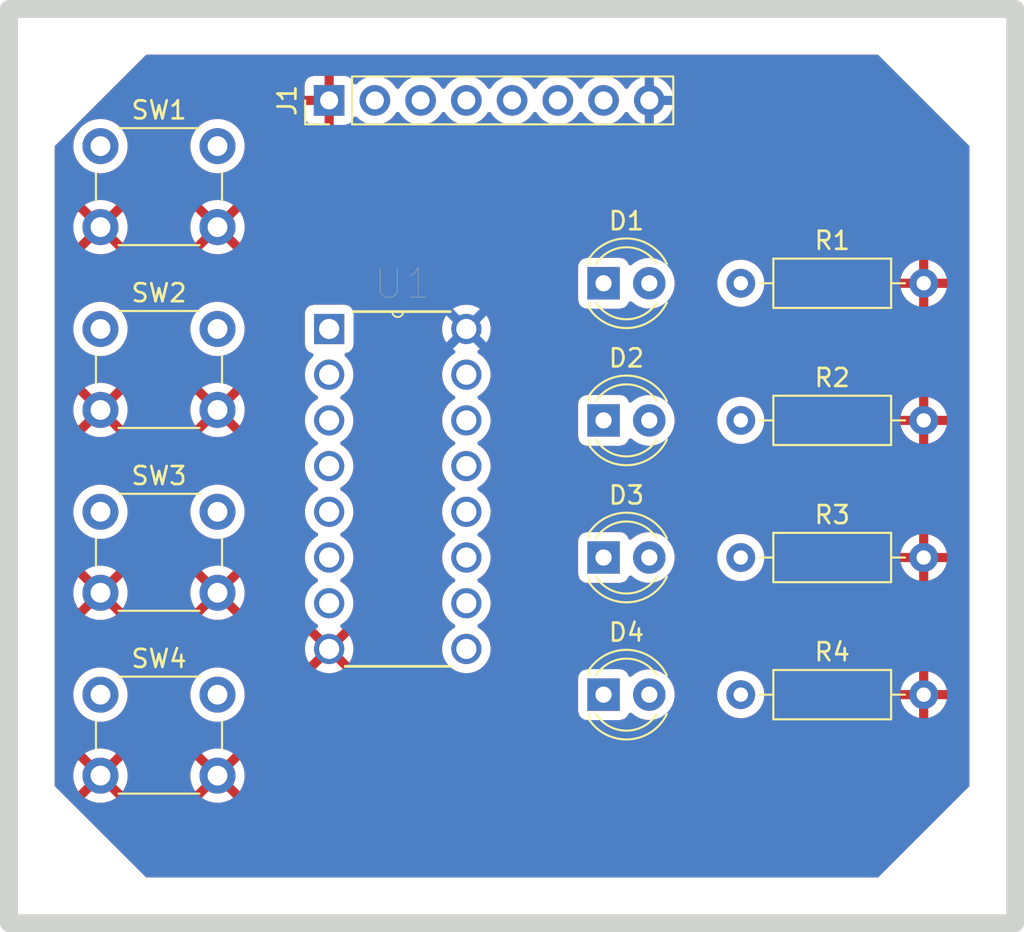
<source format=kicad_pcb>
(kicad_pcb (version 20200628) (host pcbnew "(5.99.0-2196-g3d0e5736b)")
  (layers (0 "F.Cu" signal) (31 "B.Cu" signal) (34 "B.Paste" user) (35 "F.Paste" user) (36 "B.SilkS" user) (37 "F.SilkS" user) (38 "B.Mask" user) (39 "F.Mask" user) (44 "Edge.Cuts" user))
  (net 0 "")
  (net 1 "Net-(J1-Pad1)")
  (net 2 "Net-(D1-Pad1)")
  (net 3 "Net-(D2-Pad1)")
  (net 4 "Net-(D3-Pad1)")
  (net 5 "Net-(D4-Pad1)")
  (net 6 "Net-(D1-Pad2)")
  (net 7 "Net-(D2-Pad2)")
  (net 8 "Net-(D3-Pad2)")
  (net 9 "Net-(D4-Pad2)")
  (net 10 "Net-(J1-Pad8)")
  (net 11 "Net-(J1-Pad7)")
  (net 12 "Net-(J1-Pad6)")
  (net 13 "Net-(J1-Pad5)")
  (net 14 "Net-(J1-Pad4)")
  (net 15 "Net-(J1-Pad3)")
  (net 16 "Net-(J1-Pad2)")
  (net 17 "Net-(SW4-Pad1)")
  (net 18 "Net-(SW2-Pad1)")
  (net 19 "Net-(SW1-Pad1)")
  (net 20 "Net-(SW3-Pad1)")
  (module "Button_Switch_THT:SW_PUSH_6mm_H4.3mm" (layer "F.Cu") (at 147.32 124.46)
    (fp_text reference "SW4" (at 3.25 -2) (layer "F.SilkS"))
    (fp_text value "SW_Push_Dual")
    (fp_line (start 6.75 3) (end 6.75 1.5) (layer "F.SilkS") (width 0.12))
    (fp_line (start 5.5 -1) (end 1 -1) (layer "F.SilkS") (width 0.12))
    (fp_line (start -0.25 1.5) (end -0.25 3) (layer "F.SilkS") (width 0.12))
    (fp_line (start 1 5.5) (end 5.5 5.5) (layer "F.SilkS") (width 0.12))
    (pad "1" thru_hole circle (at 6.5 0 90) (size 2 2) (drill 1.1) (layers *.Cu *.Mask) (net 17 "Net-(SW4-Pad1)"))
    (pad "2" thru_hole circle (at 6.5 4.5 90) (size 2 2) (drill 1.1) (layers *.Cu *.Mask) (net 1 "Net-(J1-Pad1)"))
    (pad "1" thru_hole circle (at 0 0 90) (size 2 2) (drill 1.1) (layers *.Cu *.Mask) (net 17 "Net-(SW4-Pad1)"))
    (pad "2" thru_hole circle (at 0 4.5 90) (size 2 2) (drill 1.1) (layers *.Cu *.Mask) (net 1 "Net-(J1-Pad1)"))
  )
  (module "Button_Switch_THT:SW_PUSH_6mm_H4.3mm" (layer "F.Cu") (at 147.32 114.3)
    (fp_text reference "SW3" (at 3.25 -2) (layer "F.SilkS"))
    (fp_text value "SW_Push_Dual")
    (fp_line (start 6.75 3) (end 6.75 1.5) (layer "F.SilkS") (width 0.12))
    (fp_line (start 5.5 -1) (end 1 -1) (layer "F.SilkS") (width 0.12))
    (fp_line (start -0.25 1.5) (end -0.25 3) (layer "F.SilkS") (width 0.12))
    (fp_line (start 1 5.5) (end 5.5 5.5) (layer "F.SilkS") (width 0.12))
    (pad "1" thru_hole circle (at 6.5 0 90) (size 2 2) (drill 1.1) (layers *.Cu *.Mask) (net 20 "Net-(SW3-Pad1)"))
    (pad "2" thru_hole circle (at 6.5 4.5 90) (size 2 2) (drill 1.1) (layers *.Cu *.Mask) (net 1 "Net-(J1-Pad1)"))
    (pad "1" thru_hole circle (at 0 0 90) (size 2 2) (drill 1.1) (layers *.Cu *.Mask) (net 20 "Net-(SW3-Pad1)"))
    (pad "2" thru_hole circle (at 0 4.5 90) (size 2 2) (drill 1.1) (layers *.Cu *.Mask) (net 1 "Net-(J1-Pad1)"))
  )
  (module "Button_Switch_THT:SW_PUSH_6mm_H4.3mm" (layer "F.Cu") (at 147.32 104.14)
    (fp_text reference "SW2" (at 3.25 -2) (layer "F.SilkS"))
    (fp_text value "SW_Push_Dual")
    (fp_line (start 6.75 3) (end 6.75 1.5) (layer "F.SilkS") (width 0.12))
    (fp_line (start 5.5 -1) (end 1 -1) (layer "F.SilkS") (width 0.12))
    (fp_line (start -0.25 1.5) (end -0.25 3) (layer "F.SilkS") (width 0.12))
    (fp_line (start 1 5.5) (end 5.5 5.5) (layer "F.SilkS") (width 0.12))
    (pad "1" thru_hole circle (at 6.5 0 90) (size 2 2) (drill 1.1) (layers *.Cu *.Mask) (net 18 "Net-(SW2-Pad1)"))
    (pad "2" thru_hole circle (at 6.5 4.5 90) (size 2 2) (drill 1.1) (layers *.Cu *.Mask) (net 1 "Net-(J1-Pad1)"))
    (pad "1" thru_hole circle (at 0 0 90) (size 2 2) (drill 1.1) (layers *.Cu *.Mask) (net 18 "Net-(SW2-Pad1)"))
    (pad "2" thru_hole circle (at 0 4.5 90) (size 2 2) (drill 1.1) (layers *.Cu *.Mask) (net 1 "Net-(J1-Pad1)"))
  )
  (module "Button_Switch_THT:SW_PUSH_6mm_H4.3mm" (layer "F.Cu") (at 147.32 93.98)
    (fp_text reference "SW1" (at 3.25 -2) (layer "F.SilkS"))
    (fp_text value "SW_Push_Dual")
    (fp_line (start 6.75 3) (end 6.75 1.5) (layer "F.SilkS") (width 0.12))
    (fp_line (start 5.5 -1) (end 1 -1) (layer "F.SilkS") (width 0.12))
    (fp_line (start -0.25 1.5) (end -0.25 3) (layer "F.SilkS") (width 0.12))
    (fp_line (start 1 5.5) (end 5.5 5.5) (layer "F.SilkS") (width 0.12))
    (pad "1" thru_hole circle (at 6.5 0 90) (size 2 2) (drill 1.1) (layers *.Cu *.Mask) (net 19 "Net-(SW1-Pad1)"))
    (pad "2" thru_hole circle (at 6.5 4.5 90) (size 2 2) (drill 1.1) (layers *.Cu *.Mask) (net 1 "Net-(J1-Pad1)"))
    (pad "1" thru_hole circle (at 0 0 90) (size 2 2) (drill 1.1) (layers *.Cu *.Mask) (net 19 "Net-(SW1-Pad1)"))
    (pad "2" thru_hole circle (at 0 4.5 90) (size 2 2) (drill 1.1) (layers *.Cu *.Mask) (net 1 "Net-(J1-Pad1)"))
  )
  (module "CD74HC4051E:DIP254P762X508-16" (layer "F.Cu") (at 167.64 121.92)
    (fp_text reference "U1" (at -3.53166 -20.30061) (layer "F.SilkS") (effects (font (size 1.640488 1.640488) (thickness 0.015))))
    (fp_text value "CD74HC4051E")
    (fp_line (start -6.731 0.9652) (end -0.889 0.9652) (layer "F.SilkS") (width 0.1524))
    (fp_line (start -0.889 -18.7452) (end -3.5052 -18.7452) (layer "F.SilkS") (width 0.1524))
    (fp_line (start -3.5052 -18.7452) (end -4.1148 -18.7452) (layer "F.SilkS") (width 0.1524))
    (fp_line (start -4.1148 -18.7452) (end -6.2992 -18.7452) (layer "F.SilkS") (width 0.1524))
    (fp_arc (start -3.81 -18.7452) (end -4.1148 -18.7452) (angle -180) (layer "F.SilkS") (width 0.1))
    (pad "1" thru_hole rect (at -7.62 -17.78) (size 1.6764 1.6764) (drill 1.1176) (layers *.Cu *.Mask) (net 17 "Net-(SW4-Pad1)"))
    (pad "2" thru_hole circle (at -7.62 -15.24) (size 1.6764 1.6764) (drill 1.1176) (layers *.Cu *.Mask) (net 18 "Net-(SW2-Pad1)"))
    (pad "3" thru_hole circle (at -7.62 -12.7) (size 1.6764 1.6764) (drill 1.1176) (layers *.Cu *.Mask) (net 15 "Net-(J1-Pad3)"))
    (pad "4" thru_hole circle (at -7.62 -10.16) (size 1.6764 1.6764) (drill 1.1176) (layers *.Cu *.Mask) (net 19 "Net-(SW1-Pad1)"))
    (pad "5" thru_hole circle (at -7.62 -7.62) (size 1.6764 1.6764) (drill 1.1176) (layers *.Cu *.Mask) (net 20 "Net-(SW3-Pad1)"))
    (pad "6" thru_hole circle (at -7.62 -5.08) (size 1.6764 1.6764) (drill 1.1176) (layers *.Cu *.Mask) (net 16 "Net-(J1-Pad2)"))
    (pad "7" thru_hole circle (at -7.62 -2.54) (size 1.6764 1.6764) (drill 1.1176) (layers *.Cu *.Mask) (net 11 "Net-(J1-Pad7)"))
    (pad "8" thru_hole circle (at -7.62 0) (size 1.6764 1.6764) (drill 1.1176) (layers *.Cu *.Mask) (net 1 "Net-(J1-Pad1)"))
    (pad "9" thru_hole circle (at 0 0) (size 1.6764 1.6764) (drill 1.1176) (layers *.Cu *.Mask) (net 13 "Net-(J1-Pad5)"))
    (pad "10" thru_hole circle (at 0 -2.54) (size 1.6764 1.6764) (drill 1.1176) (layers *.Cu *.Mask) (net 14 "Net-(J1-Pad4)"))
    (pad "11" thru_hole circle (at 0 -5.08) (size 1.6764 1.6764) (drill 1.1176) (layers *.Cu *.Mask) (net 12 "Net-(J1-Pad6)"))
    (pad "12" thru_hole circle (at 0 -7.62) (size 1.6764 1.6764) (drill 1.1176) (layers *.Cu *.Mask) (net 6 "Net-(D1-Pad2)"))
    (pad "13" thru_hole circle (at 0 -10.16) (size 1.6764 1.6764) (drill 1.1176) (layers *.Cu *.Mask) (net 9 "Net-(D4-Pad2)"))
    (pad "14" thru_hole circle (at 0 -12.7) (size 1.6764 1.6764) (drill 1.1176) (layers *.Cu *.Mask) (net 8 "Net-(D3-Pad2)"))
    (pad "15" thru_hole circle (at 0 -15.24) (size 1.6764 1.6764) (drill 1.1176) (layers *.Cu *.Mask) (net 7 "Net-(D2-Pad2)"))
    (pad "16" thru_hole circle (at 0 -17.78) (size 1.6764 1.6764) (drill 1.1176) (layers *.Cu *.Mask) (net 10 "Net-(J1-Pad8)"))
  )
  (module "Connector_PinHeader_2.54mm:PinHeader_1x08_P2.54mm_Vertical" (layer "F.Cu") (at 160.02 91.44 90)
    (fp_text reference "J1" (at 0 -2.33 90) (layer "F.SilkS"))
    (fp_text value "Conn_01x08")
    (fp_line (start -1.33 -1.33) (end 0 -1.33) (layer "F.SilkS") (width 0.12))
    (fp_line (start -1.33 0) (end -1.33 -1.33) (layer "F.SilkS") (width 0.12))
    (fp_line (start -1.33 1.27) (end 1.33 1.27) (layer "F.SilkS") (width 0.12))
    (fp_line (start 1.33 1.27) (end 1.33 19.11) (layer "F.SilkS") (width 0.12))
    (fp_line (start -1.33 1.27) (end -1.33 19.11) (layer "F.SilkS") (width 0.12))
    (fp_line (start -1.33 19.11) (end 1.33 19.11) (layer "F.SilkS") (width 0.12))
    (pad "8" thru_hole oval (at 0 17.78 90) (size 1.7 1.7) (drill 1) (layers *.Cu *.Mask) (net 10 "Net-(J1-Pad8)"))
    (pad "7" thru_hole oval (at 0 15.24 90) (size 1.7 1.7) (drill 1) (layers *.Cu *.Mask) (net 11 "Net-(J1-Pad7)"))
    (pad "6" thru_hole oval (at 0 12.7 90) (size 1.7 1.7) (drill 1) (layers *.Cu *.Mask) (net 12 "Net-(J1-Pad6)"))
    (pad "5" thru_hole oval (at 0 10.16 90) (size 1.7 1.7) (drill 1) (layers *.Cu *.Mask) (net 13 "Net-(J1-Pad5)"))
    (pad "4" thru_hole oval (at 0 7.62 90) (size 1.7 1.7) (drill 1) (layers *.Cu *.Mask) (net 14 "Net-(J1-Pad4)"))
    (pad "3" thru_hole oval (at 0 5.08 90) (size 1.7 1.7) (drill 1) (layers *.Cu *.Mask) (net 15 "Net-(J1-Pad3)"))
    (pad "2" thru_hole oval (at 0 2.54 90) (size 1.7 1.7) (drill 1) (layers *.Cu *.Mask) (net 16 "Net-(J1-Pad2)"))
    (pad "1" thru_hole rect (at 0 0 90) (size 1.7 1.7) (drill 1) (layers *.Cu *.Mask) (net 1 "Net-(J1-Pad1)"))
  )
  (module "LED_THT:LED_D4.0mm" (layer "F.Cu") (at 175.26 124.46)
    (fp_text reference "D4" (at 1.27 -3.46) (layer "F.SilkS"))
    (fp_text value "LED")
    (fp_line (start -0.79 1.08) (end -0.79 1.399) (layer "F.SilkS") (width 0.12))
    (fp_line (start -0.79 -1.399) (end -0.79 -1.08) (layer "F.SilkS") (width 0.12))
    (fp_arc (start 1.27 0) (end -0.41333 1.08) (angle -114.6) (layer "F.SilkS") (width 0.12))
    (fp_arc (start 1.27 0) (end -0.41333 -1.08) (angle 114.6) (layer "F.SilkS") (width 0.12))
    (fp_arc (start 1.27 0) (end -0.79 1.398749) (angle -120.1) (layer "F.SilkS") (width 0.12))
    (fp_arc (start 1.27 0) (end -0.79 -1.398749) (angle 120.1) (layer "F.SilkS") (width 0.12))
    (pad "2" thru_hole circle (at 2.54 0) (size 1.8 1.8) (drill 0.9) (layers *.Cu *.Mask) (net 9 "Net-(D4-Pad2)"))
    (pad "1" thru_hole rect (at 0 0) (size 1.8 1.8) (drill 0.9) (layers *.Cu *.Mask) (net 5 "Net-(D4-Pad1)"))
  )
  (module "LED_THT:LED_D4.0mm" (layer "F.Cu") (at 175.26 116.84)
    (fp_text reference "D3" (at 1.27 -3.46) (layer "F.SilkS"))
    (fp_text value "LED")
    (fp_line (start -0.79 1.08) (end -0.79 1.399) (layer "F.SilkS") (width 0.12))
    (fp_line (start -0.79 -1.399) (end -0.79 -1.08) (layer "F.SilkS") (width 0.12))
    (fp_arc (start 1.27 0) (end -0.41333 1.08) (angle -114.6) (layer "F.SilkS") (width 0.12))
    (fp_arc (start 1.27 0) (end -0.41333 -1.08) (angle 114.6) (layer "F.SilkS") (width 0.12))
    (fp_arc (start 1.27 0) (end -0.79 1.398749) (angle -120.1) (layer "F.SilkS") (width 0.12))
    (fp_arc (start 1.27 0) (end -0.79 -1.398749) (angle 120.1) (layer "F.SilkS") (width 0.12))
    (pad "2" thru_hole circle (at 2.54 0) (size 1.8 1.8) (drill 0.9) (layers *.Cu *.Mask) (net 8 "Net-(D3-Pad2)"))
    (pad "1" thru_hole rect (at 0 0) (size 1.8 1.8) (drill 0.9) (layers *.Cu *.Mask) (net 4 "Net-(D3-Pad1)"))
  )
  (module "LED_THT:LED_D4.0mm" (layer "F.Cu") (at 175.26 109.22)
    (fp_text reference "D2" (at 1.27 -3.46) (layer "F.SilkS"))
    (fp_text value "LED")
    (fp_line (start -0.79 1.08) (end -0.79 1.399) (layer "F.SilkS") (width 0.12))
    (fp_line (start -0.79 -1.399) (end -0.79 -1.08) (layer "F.SilkS") (width 0.12))
    (fp_arc (start 1.27 0) (end -0.41333 1.08) (angle -114.6) (layer "F.SilkS") (width 0.12))
    (fp_arc (start 1.27 0) (end -0.41333 -1.08) (angle 114.6) (layer "F.SilkS") (width 0.12))
    (fp_arc (start 1.27 0) (end -0.79 1.398749) (angle -120.1) (layer "F.SilkS") (width 0.12))
    (fp_arc (start 1.27 0) (end -0.79 -1.398749) (angle 120.1) (layer "F.SilkS") (width 0.12))
    (pad "2" thru_hole circle (at 2.54 0) (size 1.8 1.8) (drill 0.9) (layers *.Cu *.Mask) (net 7 "Net-(D2-Pad2)"))
    (pad "1" thru_hole rect (at 0 0) (size 1.8 1.8) (drill 0.9) (layers *.Cu *.Mask) (net 3 "Net-(D2-Pad1)"))
  )
  (module "LED_THT:LED_D4.0mm" (layer "F.Cu") (at 175.26 101.6)
    (fp_text reference "D1" (at 1.27 -3.46) (layer "F.SilkS"))
    (fp_text value "LED")
    (fp_line (start -0.79 1.08) (end -0.79 1.399) (layer "F.SilkS") (width 0.12))
    (fp_line (start -0.79 -1.399) (end -0.79 -1.08) (layer "F.SilkS") (width 0.12))
    (fp_arc (start 1.27 0) (end -0.41333 1.08) (angle -114.6) (layer "F.SilkS") (width 0.12))
    (fp_arc (start 1.27 0) (end -0.41333 -1.08) (angle 114.6) (layer "F.SilkS") (width 0.12))
    (fp_arc (start 1.27 0) (end -0.79 1.398749) (angle -120.1) (layer "F.SilkS") (width 0.12))
    (fp_arc (start 1.27 0) (end -0.79 -1.398749) (angle 120.1) (layer "F.SilkS") (width 0.12))
    (pad "2" thru_hole circle (at 2.54 0) (size 1.8 1.8) (drill 0.9) (layers *.Cu *.Mask) (net 6 "Net-(D1-Pad2)"))
    (pad "1" thru_hole rect (at 0 0) (size 1.8 1.8) (drill 0.9) (layers *.Cu *.Mask) (net 2 "Net-(D1-Pad1)"))
  )
  (module "Resistor_THT:R_Axial_DIN0207_L6.3mm_D2.5mm_P10.16mm_Horizontal" (layer "F.Cu") (at 182.88 124.46)
    (fp_text reference "R4" (at 5.08 -2.37) (layer "F.SilkS"))
    (fp_text value "220")
    (fp_line (start 9.12 0) (end 8.35 0) (layer "F.SilkS") (width 0.12))
    (fp_line (start 1.04 0) (end 1.81 0) (layer "F.SilkS") (width 0.12))
    (fp_line (start 8.35 -1.37) (end 1.81 -1.37) (layer "F.SilkS") (width 0.12))
    (fp_line (start 8.35 1.37) (end 8.35 -1.37) (layer "F.SilkS") (width 0.12))
    (fp_line (start 1.81 1.37) (end 8.35 1.37) (layer "F.SilkS") (width 0.12))
    (fp_line (start 1.81 -1.37) (end 1.81 1.37) (layer "F.SilkS") (width 0.12))
    (pad "2" thru_hole oval (at 10.16 0) (size 1.6 1.6) (drill 0.8) (layers *.Cu *.Mask) (net 1 "Net-(J1-Pad1)"))
    (pad "1" thru_hole circle (at 0 0) (size 1.6 1.6) (drill 0.8) (layers *.Cu *.Mask) (net 5 "Net-(D4-Pad1)"))
  )
  (module "Resistor_THT:R_Axial_DIN0207_L6.3mm_D2.5mm_P10.16mm_Horizontal" (layer "F.Cu") (at 182.88 116.84)
    (fp_text reference "R3" (at 5.08 -2.37) (layer "F.SilkS"))
    (fp_text value "220")
    (fp_line (start 9.12 0) (end 8.35 0) (layer "F.SilkS") (width 0.12))
    (fp_line (start 1.04 0) (end 1.81 0) (layer "F.SilkS") (width 0.12))
    (fp_line (start 8.35 -1.37) (end 1.81 -1.37) (layer "F.SilkS") (width 0.12))
    (fp_line (start 8.35 1.37) (end 8.35 -1.37) (layer "F.SilkS") (width 0.12))
    (fp_line (start 1.81 1.37) (end 8.35 1.37) (layer "F.SilkS") (width 0.12))
    (fp_line (start 1.81 -1.37) (end 1.81 1.37) (layer "F.SilkS") (width 0.12))
    (pad "2" thru_hole oval (at 10.16 0) (size 1.6 1.6) (drill 0.8) (layers *.Cu *.Mask) (net 1 "Net-(J1-Pad1)"))
    (pad "1" thru_hole circle (at 0 0) (size 1.6 1.6) (drill 0.8) (layers *.Cu *.Mask) (net 4 "Net-(D3-Pad1)"))
  )
  (module "Resistor_THT:R_Axial_DIN0207_L6.3mm_D2.5mm_P10.16mm_Horizontal" (layer "F.Cu") (at 182.88 109.22)
    (fp_text reference "R2" (at 5.08 -2.37) (layer "F.SilkS"))
    (fp_text value "220")
    (fp_line (start 9.12 0) (end 8.35 0) (layer "F.SilkS") (width 0.12))
    (fp_line (start 1.04 0) (end 1.81 0) (layer "F.SilkS") (width 0.12))
    (fp_line (start 8.35 -1.37) (end 1.81 -1.37) (layer "F.SilkS") (width 0.12))
    (fp_line (start 8.35 1.37) (end 8.35 -1.37) (layer "F.SilkS") (width 0.12))
    (fp_line (start 1.81 1.37) (end 8.35 1.37) (layer "F.SilkS") (width 0.12))
    (fp_line (start 1.81 -1.37) (end 1.81 1.37) (layer "F.SilkS") (width 0.12))
    (pad "2" thru_hole oval (at 10.16 0) (size 1.6 1.6) (drill 0.8) (layers *.Cu *.Mask) (net 1 "Net-(J1-Pad1)"))
    (pad "1" thru_hole circle (at 0 0) (size 1.6 1.6) (drill 0.8) (layers *.Cu *.Mask) (net 3 "Net-(D2-Pad1)"))
  )
  (module "Resistor_THT:R_Axial_DIN0207_L6.3mm_D2.5mm_P10.16mm_Horizontal" (layer "F.Cu") (at 182.88 101.6)
    (fp_text reference "R1" (at 5.08 -2.37) (layer "F.SilkS"))
    (fp_text value "220")
    (fp_line (start 9.12 0) (end 8.35 0) (layer "F.SilkS") (width 0.12))
    (fp_line (start 1.04 0) (end 1.81 0) (layer "F.SilkS") (width 0.12))
    (fp_line (start 8.35 -1.37) (end 1.81 -1.37) (layer "F.SilkS") (width 0.12))
    (fp_line (start 8.35 1.37) (end 8.35 -1.37) (layer "F.SilkS") (width 0.12))
    (fp_line (start 1.81 1.37) (end 8.35 1.37) (layer "F.SilkS") (width 0.12))
    (fp_line (start 1.81 -1.37) (end 1.81 1.37) (layer "F.SilkS") (width 0.12))
    (pad "2" thru_hole oval (at 10.16 0) (size 1.6 1.6) (drill 0.8) (layers *.Cu *.Mask) (net 1 "Net-(J1-Pad1)"))
    (pad "1" thru_hole circle (at 0 0) (size 1.6 1.6) (drill 0.8) (layers *.Cu *.Mask) (net 2 "Net-(D1-Pad1)"))
  )
  (gr_rect (start 142.24 86.36) (end 198.12 137.16) (layer "Edge.Cuts") (width 1))
  (zone (net 1) (net_name "Net-(J1-Pad1)") (layer "F.Cu") (connect_pads (clearance 0.508)) (min_thickness 0.254) (fill yes (thermal_gap 0.508) (thermal_bridge_width 0.508))
    (polygon (pts (xy 195.58 93.98) (xy 195.58 129.54) (xy 190.5 134.62) (xy 149.86 134.62) (xy 144.78 129.54) (xy 144.78 93.98) (xy 149.86 88.9) (xy 190.5 88.9)))
  )
  (zone (net 10) (net_name "Net-(J1-Pad8)") (layer "B.Cu") (connect_pads (clearance 0.508)) (min_thickness 0.254) (fill yes (thermal_gap 0.508) (thermal_bridge_width 0.508))
    (polygon (pts (xy 195.58 93.98) (xy 195.58 129.54) (xy 190.5 134.62) (xy 149.86 134.62) (xy 144.78 129.54) (xy 144.78 93.98) (xy 149.86 88.9) (xy 190.5 88.9)))
  )
)
</source>
